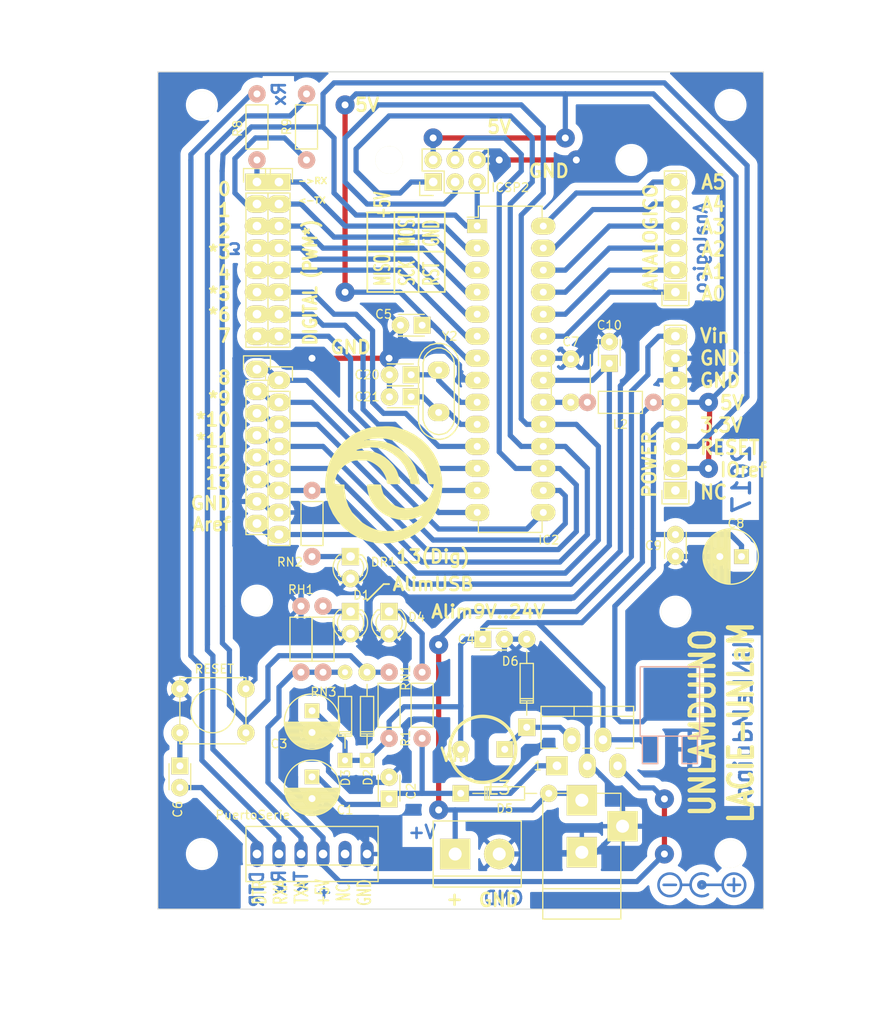
<source format=kicad_pcb>
(kicad_pcb (version 20221018) (generator pcbnew)
  (title_block (title "UNLaM-duino del LACIE") (date "2016-10-08") (rev "002") (company "LACIE UNLaM") (comment 1 "Gerardo Garcia, Diego Brengi"))
  (layers (0 "F.Cu" signal) (31 "B.Cu" signal) (34 "B.Paste" user) (35 "F.Paste" user) (36 "B.SilkS" user "B.Silkscreen") (37 "F.SilkS" user "F.Silkscreen") (38 "B.Mask" user) (39 "F.Mask" user) (44 "Edge.Cuts" user))
  (net 0 "")
  (net 1 "/AD0")
  (net 2 "/AD1")
  (net 3 "/AD2")
  (net 4 "/AD3")
  (net 5 "/AD4/SDA")
  (net 6 "/AD5/SCL")
  (net 7 "GND")
  (net 8 "Net-(C1-Pad1)")
  (net 9 "+5V")
  (net 10 "/RESET")
  (net 11 "Net-(C7-Pad1)")
  (net 12 "+3V3")
  (net 13 "/AREF")
  (net 14 "/XTAL1")
  (net 15 "/XTAL2")
  (net 16 "Net-(D4-Pad1)")
  (net 17 "/VIN")
  (net 18 "Net-(D6-Pad1)")
  (net 19 "Net-(DR1-Pad1)")
  (net 20 "/IO12")
  (net 21 "/IO13")
  (net 22 "/IO11")
  (net 23 "/IO10")
  (net 24 "/IO9")
  (net 25 "/IO8")
  (net 26 "/IO0")
  (net 27 "/IO1")
  (net 28 "/IO2")
  (net 29 "/IO3")
  (net 30 "/IO4")
  (net 31 "/IO5")
  (net 32 "/IO6")
  (net 33 "/IO7")
  (net 34 "/RXArdu")
  (net 35 "/TXArdu")
  (net 36 "/DTR")
  (net 37 "Net-(D1-Pad1)")
  (net 38 "/Fuente0")
  (footprint "Pin_Headers:Pin_Header_Straight_1x06" (layer "F.Cu") (at 86.36 71.12 180)
    (fp_text reference "AD1" hide)
    (fp_text value "CONN_01X06" hide)
  )
  (footprint "Capacitors_ThroughHole:C_Radial_D6.3_L11.2_P2.5" (layer "F.Cu") (at 44.45 119.38 -90)
    (fp_text reference "C3")
    (fp_text value "100uF 16v")
  )
  (footprint "Capacitors_ThroughHole:C_Disc_D3_P2.5" (layer "F.Cu") (at 55.88 80.645 180)
    (fp_text reference "C20")
    (fp_text value "22pF")
  )
  (footprint "Capacitors_ThroughHole:C_Disc_D3_P2.5" (layer "F.Cu") (at 55.88 83.185 180)
    (fp_text reference "C21")
    (fp_text value "22pF")
  )
  (footprint "Pin_Headers:Pin_Header_Straight_2x03" (layer "F.Cu") (at 58.42 58.42 90)
    (fp_text reference "ICSP2")
    (fp_text value "CONN_02X03")
  )
  (footprint "Pin_Headers:Pin_Header_Straight_1x08" (layer "F.Cu") (at 38.1 58.42)
    (fp_text reference "IOL1" hide)
    (fp_text value "CONN_01X08" hide)
  )
  (footprint "Connect:BARREL_JACK" (layer "F.Cu") (at 75.565 135.89 90)
    (fp_text reference "JP1" hide)
    (fp_text value "BARREL_JACK")
  )
  (footprint "Pin_Headers:Pin_Header_Straight_1x08" (layer "F.Cu") (at 86.36 93.98 180)
    (fp_text reference "P3" hide)
    (fp_text value "CONN_01X08" hide)
  )
  (footprint "Connect:bornier2" (layer "F.Cu") (at 63.5 135.89)
    (fp_text reference "PWR1" hide)
    (fp_text value "CONN_01X02")
  )
  (footprint "TO_SOT_Packages_THT:Pentawatt_Neutral_Staggered_Verical_TO220-5-T05D" (layer "F.Cu") (at 76.2 121.92)
    (fp_text reference "U1" hide)
    (fp_text value "LM2576")
  )
  (footprint "Housings_DIP:DIP-28_W7.62mm_LongPads" (layer "F.Cu") (at 63.5 63.5)
    (fp_text reference "IC2")
    (fp_text value "ATMEGA328-P")
  )
  (footprint "Capacitors_ThroughHole:C_Disc_D3_P2.5" (layer "F.Cu") (at 64.135 111.125)
    (fp_text reference "C4")
    (fp_text value "100nF")
  )
  (footprint "Capacitors_ThroughHole:C_Disc_D3_P2.5" (layer "F.Cu") (at 57.15 74.93 180)
    (fp_text reference "C5")
    (fp_text value "100nF")
  )
  (footprint "Capacitors_ThroughHole:C_Disc_D3_P2.5" (layer "F.Cu") (at 29.21 125.73 -90)
    (fp_text reference "C6")
    (fp_text value "100nF")
  )
  (footprint "Capacitors_ThroughHole:C_Disc_D3_P2.5" (layer "F.Cu") (at 86.36 99.06 -90)
    (fp_text reference "C9")
    (fp_text value "100nF")
  )
  (footprint "Capacitors_ThroughHole:C_Disc_D3_P2.5" (layer "F.Cu") (at 78.74 76.835 -90)
    (fp_text reference "C10")
    (fp_text value "100nF")
  )
  (footprint "Diodes_ThroughHole:Diode_DO-35_SOD27_Horizontal_RM10" (layer "F.Cu") (at 50.8 125.095 90)
    (fp_text reference "D2")
    (fp_text value "1N5819")
  )
  (footprint "Diodes_ThroughHole:Diode_DO-35_SOD27_Horizontal_RM10" (layer "F.Cu") (at 61.595 128.905)
    (fp_text reference "D5")
    (fp_text value "1N4007")
  )
  (footprint "Diodes_ThroughHole:Diode_DO-35_SOD27_Horizontal_RM10" (layer "F.Cu") (at 69.215 121.285 90)
    (fp_text reference "D6")
    (fp_text value "1N5819")
  )
  (footprint "Capacitors_ThroughHole:C_Radial_D6.3_L11.2_P2.5" (layer "F.Cu") (at 93.98 101.6 180)
    (fp_text reference "C8")
    (fp_text value "100uF 16v")
  )
  (footprint "Crystals:Crystal_HC50-U_Vertical" (layer "F.Cu") (at 59.055 82.55 -90)
    (fp_text reference "Y2")
    (fp_text value "16MHz")
  )
  (footprint "Mounting_Holes:MountingHole_3.2mm_M3" (layer "F.Cu") (at 81.28 55.88 90)
    (fp_text reference "A5" hide)
    (fp_text value "Agujero")
  )
  (footprint "Mounting_Holes:MountingHole_3.2mm_M3" (layer "F.Cu") (at 53.34 55.88 90)
    (fp_text reference "A7" hide)
    (fp_text value "Agujero")
  )
  (footprint "Mounting_Holes:MountingHole_3.2mm_M3" (layer "F.Cu") (at 31.75 49.53 90)
    (fp_text reference "A1" hide)
    (fp_text value "Agujero")
  )
  (footprint "Mounting_Holes:MountingHole_3.2mm_M3" (layer "F.Cu") (at 92.71 49.53 90)
    (fp_text reference "A2" hide)
    (fp_text value "Agujero")
  )
  (footprint "Capacitors_ThroughHole:C_Disc_D6_P5" (layer "F.Cu") (at 74.295 83.82 90)
    (fp_text reference "C7")
    (fp_text value "100nF")
  )
  (footprint "huellas:INDUCTOR_V" (layer "F.Cu") (at 64.135 123.825 180)
    (fp_text reference "L3")
    (fp_text value "330uHy" hide)
  )
  (footprint "huellas:Resistor_Horizontal_RM7mm3d" (layer "F.Cu") (at 83.82 83.82 180)
    (fp_text reference "L2")
    (fp_text value "L_Small")
  )
  (footprint "huellas:Resistor_Horizontal_RM7mm3d" (layer "F.Cu") (at 57.15 114.935 -90)
    (fp_text reference "R1")
    (fp_text value "1K")
  )
  (footprint "huellas:Resistor_Horizontal_RM7mm3d" (layer "F.Cu") (at 38.1 55.88 90)
    (fp_text reference "R8")
    (fp_text value "1K")
  )
  (footprint "huellas:Resistor_Horizontal_RM7mm3d" (layer "F.Cu") (at 43.815 55.88 90)
    (fp_text reference "R9")
    (fp_text value "1K")
  )
  (footprint "huellas:Resistor_Horizontal_RM7mm3d" (layer "F.Cu") (at 53.34 122.555 90)
    (fp_text reference "RN1")
    (fp_text value "10K")
  )
  (footprint "huellas:Resistor_Horizontal_RM7mm3d" (layer "F.Cu") (at 44.45 101.6 90)
    (fp_text reference "RN2")
    (fp_text value "1K")
  )
  (footprint "Capacitors_ThroughHole:C_Radial_D6.3_L11.2_P2.5" (layer "F.Cu") (at 44.45 127 -90)
    (fp_text reference "C1")
    (fp_text value "100uF 35V")
  )
  (footprint "Diodes_ThroughHole:Diode_DO-35_SOD27_Horizontal_RM10" (layer "F.Cu") (at 48.26 125.095 90)
    (fp_text reference "D3")
    (fp_text value "1N4007")
  )
  (footprint "Pin_Headers:Pin_Header_Straight_1x08" (layer "F.Cu") (at 38.1 80.01)
    (fp_text reference "IOH1" hide)
    (fp_text value "CONN_01X08")
  )
  (footprint "huellas:Resistor_Horizontal_RM7mm3d" (layer "F.Cu") (at 43.18 114.935 90)
    (fp_text reference "RH1")
    (fp_text value "10K")
  )
  (footprint "huellas:Resistor_Horizontal_RM7mm3d" (layer "F.Cu") (at 45.72 107.315 -90)
    (fp_text reference "RN3")
    (fp_text value "1K")
  )
  (footprint "Connect:PINHEAD1-6" (layer "F.Cu") (at 44.45 135.89 180)
    (fp_text reference "PuertoSerie")
    (fp_text value "CONN_01X06")
  )
  (footprint "LEDs:LED-3MM" (layer "F.Cu") (at 48.895 107.95 -90)
    (fp_text reference "D1")
    (fp_text value "Verde")
  )
  (footprint "LEDs:LED-3MM" (layer "F.Cu") (at 53.34 107.95 -90)
    (fp_text reference "D4")
    (fp_text value "Verde")
  )
  (footprint "LEDs:LED-3MM" (layer "F.Cu") (at 48.895 101.6 -90)
    (fp_text reference "DR1")
    (fp_text value "Rojo")
  )
  (footprint "Pin_Headers:Pin_Header_Straight_1x08" (layer "F.Cu") (at 40.64 81.28)
    (fp_text reference "IOH1" hide)
    (fp_text value "CONN_01X08")
  )
  (footprint "Pin_Headers:Pin_Header_Straight_1x08" (layer "F.Cu") (at 40.64 58.42)
    (fp_text reference "IOL1" hide)
    (fp_text value "CONN_01X08" hide)
  )
  (footprint "Mounting_Holes:MountingHole_3.2mm_M3" (layer "F.Cu") (at 92.71 135.89 90)
    (fp_text reference "A3" hide)
    (fp_text value "Agujero")
  )
  (footprint "Mounting_Holes:MountingHole_3.2mm_M3" (layer "F.Cu") (at 31.75 135.89 90)
    (fp_text reference "A4" hide)
    (fp_text value "Agujero")
  )
  (footprint "Buttons_Switches_ThroughHole:SW_PUSH_SMALL" (layer "F.Cu") (at 33.02 119.38 180)
    (fp_text reference "RESET")
    (fp_text value "SW_PUSH")
  )
  (footprint "Capacitors_ThroughHole:C_Disc_D3_P2.5" (layer "F.Cu") (at 53.34 129.54 90)
    (fp_text reference "C2")
    (fp_text value "100nF")
  )
  (footprint "Mounting_Holes:MountingHole_3.2mm_M3" (layer "F.Cu") (at 86.36 107.95 90)
    (fp_text reference "A8" hide)
    (fp_text value "Agujero")
  )
  (footprint "Mounting_Holes:MountingHole_3.2mm_M3" (layer "F.Cu") (at 38.1 106.68 90)
    (fp_text reference "A6" hide)
    (fp_text value "Agujero")
  )
  (footprint "LOGO" (layer "F.Cu") (at 52.705 93.345)
    (fp_text reference "G***" hide)
    (fp_text value "LOGO" hide)
  )
  (footprint "TO_SOT_Packages_SMD:TO-252-2Lead" (layer "B.Cu") (at 85.725 123.825 180)
    (fp_text reference "U2" hide)
    (fp_text value "AP111733")
  )
  (footprint "w_logo:Logo_copper_polarity_center_10x2.8mm" (layer "B.Cu") (at 89.408 139.446)
    (fp_text reference "G***" hide)
    (fp_text value "LOGO" hide)
  )
  (gr_line (start 56.7436 71.0946) (end 56.515 71.0946) (stroke (width 0.2)) (layer "F.SilkS"))
  (gr_line (start 59.7662 71.0946) (end 50.8254 71.0946) (stroke (width 0.2)) (layer "F.SilkS"))
  (gr_line (start 50.8 106.68) (end 52.705 104.775) (stroke (width 0.2)) (layer "F.SilkS"))
  (gr_line (start 56.7436 61.9252) (end 56.7436 71.0946) (stroke (width 0.2)) (layer "F.SilkS"))
  (gr_line (start 50.8254 71.0946) (end 50.8254 62.0522) (stroke (width 0.2)) (layer "F.SilkS"))
  (gr_line (start 59.7662 61.9252) (end 59.7662 71.0946) (stroke (width 0.2)) (layer "F.SilkS"))
  (gr_line (start 50.7238 61.9252) (end 59.7662 61.9252) (stroke (width 0.2)) (layer "F.SilkS"))
  (gr_line (start 52.705 104.775) (end 53.34 104.775) (stroke (width 0.2)) (layer "F.SilkS"))
  (gr_line (start 50.8254 66.4464) (end 59.7154 66.4464) (stroke (width 0.2)) (layer "F.SilkS"))
  (gr_line (start 53.9496 61.8744) (end 53.9496 71.1962) (stroke (width 0.2)) (layer "F.SilkS"))
  (gr_line (start 26.67 45.72) (end 26.67 142.24) (stroke (width 0.1)) (layer "Edge.Cuts"))
  (gr_line (start 96.52 142.24) (end 96.52 45.72) (stroke (width 0.1)) (layer "Edge.Cuts"))
  (gr_line (start 96.52 45.72) (end 26.67 45.72) (stroke (width 0.1)) (layer "Edge.Cuts"))
  (gr_line (start 26.67 142.24) (end 96.52 142.24) (stroke (width 0.1)) (layer "Edge.Cuts"))
  (gr_text "Tx" (at 43.18 139.065 90) (layer "B.Cu") (effects (font (size 1.5 1.5) (thickness 0.3)) (justify mirror)))
  (gr_text "Rx" (at 40.64 139.065 90) (layer "B.Cu") (effects (font (size 1.5 1.5) (thickness 0.3)) (justify mirror)))
  (gr_text "+" (at 45.72 140.335 90) (layer "B.Cu") (effects (font (size 1.5 1.5) (thickness 0.3)) (justify mirror)))
  (gr_text "V+" (at 57.15 133.35) (layer "B.Cu") (effects (font (size 1.5 1.5) (thickness 0.3)) (justify mirror)))
  (gr_text "DTR" (at 38.1 139.954 90) (layer "B.Cu") (effects (font (size 1.5 1.5) (thickness 0.3)) (justify mirror)))
  (gr_text "2017\n" (at 93.98 92.71 90) (layer "B.Cu") (effects (font (size 2.032 2.032) (thickness 0.381)) (justify mirror)))
  (gr_text "Analogico\n" (at 89.281 66.04 90) (layer "B.Cu") (effects (font (size 1.45 1.45) (thickness 0.3)) (justify mirror)))
  (gr_text "UNLaMduino" (at 94.1832 120.4722 90) (layer "B.Cu") (effects (font (size 2.032 2.032) (thickness 0.3556)) (justify mirror)))
  (gr_text "3" (at 35.56 66.04 180) (layer "B.Cu") (effects (font (size 1.2 1.5) (thickness 0.3)) (justify mirror)))
  (gr_text "GND" (at 66.548 140.97) (layer "B.Cu") (effects (font (size 1.5 1.5) (thickness 0.3)) (justify mirror)))
  (gr_text "Rx" (at 40.64 48.26 90) (layer "B.Cu") (effects (font (size 1.5 1.5) (thickness 0.3)) (justify mirror)))
  (gr_text "Alim9V..24V" (at 64.77 107.95) (layer "F.SilkS") (effects (font (size 1.5 1.5) (thickness 0.3))))
  (gr_text "5V" (at 66.04 52.07) (layer "F.SilkS") (effects (font (size 1.5 1.5) (thickness 0.3))))
  (gr_text "A5\nA4\nA3\nA2\nA1\nA0" (at 89.1794 64.8716) (layer "F.SilkS") (effects (font (size 1.6 1.5) (thickness 0.3)) (justify left)))
  (gr_text "ANALOGICO" (at 83.4898 71.0692 90) (layer "F.SilkS") (effects (font (size 1.5 1.5) (thickness 0.3)) (justify left)))
  (gr_text "GND" (at 65.9892 141.1986) (layer "F.SilkS") (effects (font (size 1.5 1.5) (thickness 0.3))))
  (gr_text "5V" (at 50.8 49.53) (layer "F.SilkS") (effects (font (size 1.5 1.5) (thickness 0.3))))
  (gr_text "MISO	+5V\nSCK	 MOSI\nRST	 GND" (at 55.3974 70.5358 90) (layer "F.SilkS") (effects (font (size 1.75 1) (thickness 0.25)) (justify left)))
  (gr_text "GND" (at 48.895 77.47) (layer "F.SilkS") (effects (font (size 1.5 1.5) (thickness 0.3))))
  (gr_text "+" (at 60.7822 141.1732 90) (layer "F.SilkS") (effects (font (size 1.5 1.5) (thickness 0.3))))
  (gr_text "AlimUSB" (at 58.42 104.775) (layer "F.SilkS") (effects (font (size 1.5 1.5) (thickness 0.3))))
  (gr_text "13(Dig)" (at 58.42 101.6) (layer "F.SilkS") (effects (font (size 1.5 1.5) (thickness 0.3))))
  (gr_text "POWER" (at 83.3628 94.996 90) (layer "F.SilkS") (effects (font (size 1.5 1.5) (thickness 0.3)) (justify left)))
  (gr_text "DIGITAL (PWM*)" (at 44.2468 77.3938 90) (layer "F.SilkS") (effects (font (size 1.5 1.25) (thickness 0.3)) (justify left)))
  (gr_text "0\n1\n2\n*3\n4\n*5\n*6\n7\n\n8\n*9\n*10\n*11\n12\n13\nGND\nAref" (at 35.2552 78.5622) (layer "F.SilkS") (effects (font (size 1.5 1.5) (thickness 0.3)) (justify right)))
  (gr_text "UNLAMDUINO\nLACIE-UNLaM" (at 91.7194 120.7516 90) (layer "F.SilkS") (effects (font (size 2.75 2.25) (thickness 0.5))))
  (gr_text "->RX\n\n<-TX" (at 42.7482 59.4106) (layer "F.SilkS") (effects (font (size 0.7 0.75) (thickness 0.175)) (justify left)))
  (gr_text "GND" (at 71.755 57.15) (layer "F.SilkS") (effects (font (size 1.5 1.5) (thickness 0.3))))
  (gr_text "Vin" (at 60.96 124.46) (layer "F.SilkS") (effects (font (size 1.5 1.5) (thickness 0.3))))
  (gr_text "DTR\nRXA\nTXA\n+5V\nNC\nGND" (at 44.45 140.335 90) (layer "F.SilkS") (effects (font (size 1.5 1) (thickness 0.2))))
  (gr_text "Vin\nGND\nGND\n  5V\n3.3V\nRESET\n  IOref\nNC" (at 89.027 85.1662) (layer "F.SilkS") (effects (font (size 1.6 1.5) (thickness 0.3)) (justify left)))
  (segment (start 73.66 76.2) (end 78.74 71.12) (width 0.6) (layer "B.Cu") (net 1))
  (segment (start 78.74 71.12) (end 86.36 71.12) (width 0.6) (layer "B.Cu") (net 1))
  (segment (start 71.12 76.2) (end 73.66 76.2) (width 0.6) (layer "B.Cu") (net 1))
  (segment (start 73.66 73.66) (end 78.74 68.58) (width 0.6) (layer "B.Cu") (net 2))
  (segment (start 78.74 68.58) (end 86.36 68.58) (width 0.6) (layer "B.Cu") (net 2))
  (segment (start 71.12 73.66) (end 73.66 73.66) (width 0.6) (layer "B.Cu") (net 2))
  (segment (start 73.66 71.12) (end 78.74 66.04) (width 0.6) (layer "B.Cu") (net 3))
  (segment (start 78.74 66.04) (end 86.36 66.04) (width 0.6) (layer "B.Cu") (net 3))
  (segment (start 71.12 71.12) (end 73.66 71.12) (width 0.6) (layer "B.Cu") (net 3))
  (segment (start 73.66 68.58) (end 78.74 63.5) (width 0.6) (layer "B.Cu") (net 4))
  (segment (start 78.74 63.5) (end 86.36 63.5) (width 0.6) (layer "B.Cu") (net 4))
  (segment (start 71.12 68.58) (end 73.66 68.58) (width 0.6) (layer "B.Cu") (net 4))
  (segment (start 72.39 66.04) (end 76.835 61.595) (width 0.6) (layer "B.Cu") (net 5))
  (segment (start 76.835 61.595) (end 83.185 61.595) (width 0.6) (layer "B.Cu") (net 5))
  (segment (start 83.185 61.595) (end 83.82 60.96) (width 0.6) (layer "B.Cu") (net 5))
  (segment (start 83.82 60.96) (end 86.36 60.96) (width 0.6) (layer "B.Cu") (net 5))
  (segment (start 71.12 66.04) (end 72.39 66.04) (width 0.6) (layer "B.Cu") (net 5))
  (segment (start 83.82 58.42) (end 82.55 59.69) (width 0.6) (layer "B.Cu") (net 6))
  (segment (start 74.93 59.69) (end 82.55 59.69) (width 0.6) (layer "B.Cu") (net 6))
  (segment (start 86.36 58.42) (end 83.82 58.42) (width 0.6) (layer "B.Cu") (net 6))
  (segment (start 71.12 63.5) (end 74.93 59.69) (width 0.6) (layer "B.Cu") (net 6))
  (segment (start 66.04 55.88) (end 74.93 55.88) (width 0.6) (layer "F.Cu") (net 7))
  (segment (start 53.34 78.74) (end 44.45 78.74) (width 0.6) (layer "F.Cu") (net 7))
  (via (at 53.34 78.74) (size 2.2) (drill 0.8) (layers "F.Cu" "B.Cu") (net 7))
  (via (at 44.45 78.74) (size 2.2) (drill 0.8) (layers "F.Cu" "B.Cu") (net 7))
  (via (at 74.93 55.88) (size 2.2) (drill 0.8) (layers "F.Cu" "B.Cu") (net 7))
  (via (at 66.04 55.88) (size 2.2) (drill 0.8) (layers "F.Cu" "B.Cu") (net 7))
  (segment (start 59.69 121.285) (end 59.69 123.19) (width 0.6) (layer "B.Cu") (net 7))
  (segment (start 62.865 126.365) (end 63.5 125.73) (width 0.6) (layer "B.Cu") (net 7))
  (segment (start 63.5 125.73) (end 63.5 116.205) (width 0.6) (layer "B.Cu") (net 7))
  (segment (start 52.745 127.635) (end 55.245 125.135) (width 0.6) (layer "B.Cu") (net 7))
  (segment (start 58.7375 120.3325) (end 59.69 121.285) (width 0.6) (layer "B.Cu") (net 7))
  (segment (start 59.69 126.365) (end 59.055 125.73) (width 0.6) (layer "B.Cu") (net 7))
  (segment (start 59.055 125.73) (end 59.055 123.825) (width 0.6) (layer "B.Cu") (net 7))
  (segment (start 59.055 123.825) (end 59.69 123.19) (width 0.6) (layer "B.Cu") (net 7))
  (segment (start 43.18 110.49) (end 42.545 110.49) (width 0.6) (layer "B.Cu") (net 7))
  (segment (start 42.545 110.49) (end 39.37 110.49) (width 0.6) (layer "B.Cu") (net 7))
  (segment (start 42.540241 128.820241) (end 42.540241 127.004759) (width 0.6) (layer "B.Cu") (net 7))
  (segment (start 42.540241 127.004759) (end 42.540241 128.820241) (width 0.6) (layer "B.Cu") (net 7))
  (segment (start 59.364362 77.43) (end 59.324362 77.47) (width 0.6) (layer "B.Cu") (net 7))
  (segment (start 59.364362 77.43) (end 61.452181 79.517819) (width 0.6) (layer "B.Cu") (net 7))
  (segment (start 91.821041 73.151959) (end 91.313 73.66) (width 0.6) (layer "B.Cu") (net 7))
  (segment (start 91.821041 58.801041) (end 91.821041 73.151959) (width 0.6) (layer "B.Cu") (net 7))
  (segment (start 84.455 51.435) (end 79.375 51.435) (width 0.6) (layer "B.Cu") (net 7))
  (segment (start 79.375 51.435) (end 78.74 52.07) (width 0.6) (layer "B.Cu") (net 7))
  (segment (start 78.74 52.07) (end 78.74 52.0954) (width 0.6) (layer "B.Cu") (net 7))
  (segment (start 74.6125 106.3625) (end 80.01 100.965) (width 0.6) (layer "B.Cu") (net 7))
  (segment (start 80.01 100.965) (end 80.01 81.915) (width 0.6) (layer "B.Cu") (net 7))
  (segment (start 62.865 81.28) (end 63.5 81.28) (width 0.6) (layer "B.Cu") (net 7))
  (segment (start 54.61 74.97) (end 54.65 74.93) (width 0.6) (layer "B.Cu") (net 7))
  (segment (start 54.555 74.835) (end 54.65 74.93) (width 0.6) (layer "B.Cu") (net 7))
  (segment (start 53.34 80.605) (end 53.38 80.645) (width 0.6) (layer "B.Cu") (net 7))
  (segment (start 63.5 55.88) (end 66.04 55.88) (width 0.6) (layer "B.Cu") (net 7))
  (segment (start 54.65 77.43) (end 53.34 78.74) (width 0.6) (layer "B.Cu") (net 7))
  (segment (start 43.815 78.105) (end 44.45 78.74) (width 0.6) (layer "B.Cu") (net 7))
  (segment (start 36.83 101.6) (end 39.37 101.6) (width 0.6) (layer "B.Cu") (net 7))
  (segment (start 81.915 80.01) (end 80.01 81.915) (width 0.6) (layer "B.Cu") (net 7))
  (segment (start 39.37 101.6) (end 40.64 102.87) (width 0.6) (layer "B.Cu") (net 7))
  (segment (start 36.195 100.965) (end 36.83 101.6) (width 0.6) (layer "B.Cu") (net 7))
  (segment (start 75.36434 135.89) (end 75.565 135.68934) (width 0.6) (layer "B.Cu") (net 7))
  (segment (start 77.26426 135.68934) (end 80.264 132.6896) (width 0.6) (layer "B.Cu") (net 7))
  (segment (start 43.18 105.41) (end 41.91 104.14) (width 0.6) (layer "B.Cu") (net 7))
  (segment (start 40.64 102.87) (end 39.37 101.6) (width 0.6) (layer "B.Cu") (net 7))
  (segment (start 41.91 104.14) (end 40.64 102.87) (width 0.6) (layer "B.Cu") (net 7))
  (segment (start 53.34 104.14) (end 55.5625 106.3625) (width 0.6) (layer "B.Cu") (net 7))
  (segment (start 50.8 110.49) (end 54.61 110.49) (width 0.6) (layer "B.Cu") (net 7))
  (segment (start 50.8 104.14) (end 53.34 104.14) (width 0.6) (layer "B.Cu") (net 7))
  (segment (start 81.915 73.66) (end 82.55 73.66) (width 0.6) (layer "B.Cu") (net 7))
  (segment (start 74.85 78.82) (end 76.835 76.835) (width 0.6) (layer "B.Cu") (net 7))
  (segment (start 76.835 76.835) (end 78.74 76.835) (width 0.6) (layer "B.Cu") (net 7))
  (segment (start 36.83 101.6) (end 35.56 100.33) (width 0.6) (layer "B.Cu") (net 7))
  (segment (start 35.56 100.33) (end 35.56 95.25) (width 0.6) (layer "B.Cu") (net 7))
  (segment (start 35.56 95.25) (end 38.1 95.25) (width 0.6) (layer "B.Cu") (net 7))
  (segment (start 36.195 78.105) (end 35.56 78.74) (width 0.6) (layer "B.Cu") (net 7))
  (segment (start 35.56 78.74) (end 35.56 95.25) (width 0.6) (layer "B.Cu") (net 7))
  (segment (start 75.7174 55.118) (end 78.74 52.0954) (width 0.6) (layer "B.Cu") (net 7))
  (segment (start 49.53 110.49) (end 48.895 110.49) (width 0.6) (layer "B.Cu") (net 7))
  (segment (start 50.8 104.14) (end 50.8 110.49) (width 0.6) (layer "B.Cu") (net 7))
  (segment (start 36.83 113.03) (end 39.37 110.49) (width 0.6) (layer "B.Cu") (net 7))
  (segment (start 43.18 107.95) (end 43.18 107.315) (width 0.6) (layer "B.Cu") (net 7))
  (segment (start 50.8 134.62) (end 50.8 135.89) (width 0.6) (layer "B.Cu") (net 7))
  (segment (start 44.45 123.825) (end 46.355 125.73) (width 0.6) (layer "B.Cu") (net 7))
  (segment (start 43.775 121.88) (end 42.545 120.65) (width 0.6) (layer "B.Cu") (net 7))
  (segment (start 86.4 101.6) (end 86.36 101.56) (width 0.6) (layer "B.Cu") (net 7))
  (segment (start 85.7504 132.6896) (end 88.011 130.429) (width 0.6) (layer "B.Cu") (net 7))
  (segment (start 88.011 130.429) (end 88.011 123.825) (width 0.6) (layer "B.Cu") (net 7))
  (segment (start 76.67244 125.71984) (end 80.264 129.3114) (width 0.6) (layer "B.Cu") (net 7))
  (segment (start 80.264 129.3114) (end 80.264 132.6896) (width 0.6) (layer "B.Cu") (net 7))
  (segment (start 66.63552 111.12448) (end 66.635 111.125) (width 0.6) (layer "B.Cu") (net 7))
  (segment (start 66.63552 111.12448) (end 66.635 111.125) (width 0.6) (layer "B.Cu") (net 7))
  (segment (start 63.5 116.205) (end 66.635 113.07) (width 0.6) (layer "B.Cu") (net 7))
  (segment (start 76.2 118.745) (end 69.21246 111.75746) (width 0.6) (layer "B.Cu") (net 7))
  (segment (start 69.21246 111.75746) (end 69.21246 111.12448) (width 0.6) (layer "B.Cu") (net 7))
  (segment (start 88.9 78.74) (end 91.313 76.327) (width 0.6) (layer "B.Cu") (net 7))
  (segment (start 91.313 76.327) (end 88.9 78.74) (width 0.6) (layer "B.Cu") (net 7))
  (segment (start 91.313 73.66) (end 91.313 76.327) (width 0.6) (layer "B.Cu") (net 7))
  (segment (start 61.452181 79.517819) (end 61.452181 80.502181) (width 0.6) (layer "B.Cu") (net 7))
  (segment (start 61.452181 80.502181) (end 62.23 81.28) (width 0.6) (layer "B.Cu") (net 7))
  (segment (start 44.45 129.54) (end 47.625 132.715) (width 0.6) (layer "B.Cu") (net 7))
  (segment (start 47.625 132.715) (end 48.895 132.715) (width 0.6) (layer "B.Cu") (net 7))
  (segment (start 48.895 132.715) (end 50.8 134.62) (width 0.6) (layer "B.Cu") (net 7))
  (segment (start 46.355 126.365) (end 47.625 127.635) (width 0.6) (layer "B.Cu") (net 7))
  (segment (start 50.8 110.49) (end 50.8 104.14) (width 0.6) (layer "B.Cu") (net 7))
  (segment (start 50.8 104.14) (end 48.895 104.14) (width 0.6) (layer "B.Cu") (net 7))
  (segment (start 42.540241 128.820241) (end 43.22 129.5) (width 0.6) (layer "B.Cu") (net 7))
  (segment (start 38.608 95.25) (end 39.878 96.52) (width 0.6) (layer "B.Cu") (net 7))
  (segment (start 39.878 96.52) (end 40.64 96.52) (width 0.6) (layer "B.Cu") (net 7))
  (segment (start 91.48 108.545) (end 90.805 109.22) (width 0.6) (layer "B.Cu") (net 7))
  (segment (start 90.805 109.22) (end 90.805 122.555) (width 0.6) (layer "B.Cu") (net 7))
  (segment (start 90.805 122.555) (end 89.535 123.825) (width 0.6) (layer "B.Cu") (net 7))
  (segment (start 55.245 111.125) (end 54.61 110.49) (width 0.6) (layer "B.Cu") (net 7))
  (segment (start 55.245 116.205) (end 54.2925 117.1575) (width 0.6) (layer "B.Cu") (net 7))
  (segment (start 55.245 121.285) (end 56.1975 120.3325) (width 0.6) (layer "B.Cu") (net 7))
  (segment (start 38.1 95.25) (end 38.608 95.25) (width 0.6) (layer "B.Cu") (net 7))
  (segment (start 48.895 110.49) (end 42.545 110.49) (width 0.6) (layer "B.Cu") (net 7))
  (segment (start 43.18 107.315) (end 43.18 105.41) (width 0.6) (layer "B.Cu") (net 7))
  (segment (start 43.18 107.315) (end 43.18 110.49) (width 0.6) (layer "B.Cu") (net 7))
  (segment (start 43.815 78.105) (end 36.195 78.105) (width 0.6) (layer "B.Cu") (net 7))
  (segment (start 88.011 123.825) (end 89.535 123.825) (width 0.6) (layer "B.Cu") (net 7))
  (segment (start 42.8625 117.1575) (end 42.545 117.475) (width 0.6) (layer "B.Cu") (net 7))
  (segment (start 55.245 125.135) (end 55.245 121.285) (width 0.6) (layer "B.Cu") (net 7))
  (segment (start 71.12 78.74) (end 74.215 78.74) (width 0.6) (layer "B.Cu") (net 7))
  (segment (start 81.915 73.66) (end 91.313 73.66) (width 0.6) (layer "B.Cu") (net 7))
  (segment (start 80.264 132.6896) (end 85.7504 132.6896) (width 0.6) (layer "B.Cu") (net 7))
  (segment (start 91.821041 58.801041) (end 84.455 51.435) (width 0.6) (layer "B.Cu") (net 7))
  (segment (start 48.895 110.49) (end 50.8 110.49) (width 0.6) (layer "B.Cu") (net 7))
  (segment (start 76.2 125.71984) (end 76.2 118.745) (width 0.6) (layer "B.Cu") (net 7))
  (segment (start 42.545 120.65) (end 42.545 117.475) (width 0.6) (layer "B.Cu") (net 7))
  (segment (start 39.37 101.6) (end 36.83 101.6) (width 0.6) (layer "B.Cu") (net 7))
  (segment (start 43.22 129.5) (end 42.540241 128.820241) (width 0.6) (layer "B.Cu") (net 7))
  (segment (start 44.45 121.88) (end 43.775 121.88) (width 0.6) (layer "B.Cu") (net 7))
  (segment (start 78.74 76.835) (end 81.915 73.66) (width 0.6) (layer "B.Cu") (net 7))
  (segment (start 50.8 110.49) (end 50.8 104.14) (width 0.6) (layer "B.Cu") (net 7))
  (segment (start 46.355 125.73) (end 46.355 126.365) (width 0.6) (layer "B.Cu") (net 7))
  (segment (start 55.245 111.125) (end 55.245 116.205) (width 0.6) (layer "B.Cu") (net 7))
  (segment (start 86.36 78.74) (end 86.36 81.28) (width 0.6) (layer "B.Cu") (net 7))
  (segment (start 48.895 104.14) (end 41.91 104.14) (width 0.6) (layer "B.Cu") (net 7))
  (segment (start 44.45 129.5) (end 44.45 129.54) (width 0.6) (layer "B.Cu") (net 7))
  (segment (start 69.21246 111.12448) (end 66.63552 111.12448) (width 0.6) (layer "B.Cu") (net 7))
  (segment (start 56.1975 120.3325) (end 58.7375 120.3325) (width 0.6) (layer "B.Cu") (net 7))
  (segment (start 55.5625 106.3625) (end 74.6125 106.3625) (width 0.6) (layer "B.Cu") (net 7))
  (segment (start 76.2 125.71984) (end 76.67244 125.71984) (width 0.6) (layer "B.Cu") (net 7))
  (segment (start 50.8 135.89) (end 50.84 135.89) (width 0.6) (layer "B.Cu") (net 7))
  (segment (start 44.45 123.825) (end 44.45 121.88) (width 0.6) (layer "B.Cu") (net 7))
  (segment (start 38.1 95.25) (end 36.83 95.25) (width 0.6) (layer "B.Cu") (net 7))
  (segment (start 47.625 127.635) (end 52.745 127.635) (width 0.6) (layer "B.Cu") (net 7))
  (segment (start 86.36 78.74) (end 88.9 78.74) (width 0.6) (layer "B.Cu") (net 7))
  (segment (start 74.93 55.88) (end 75.7174 55.118) (width 0.6) (layer "B.Cu") (net 7))
  (segment (start 48.895 110.49) (end 53.34 110.49) (width 0.6) (layer "B.Cu") (net 7))
  (segment (start 38.1 95.25) (end 37.465 95.25) (width 0.6) (layer "B.Cu") (net 7))
  (segment (start 42.8625 117.1575) (end 54.2925 117.1575) (width 0.6) (layer "B.Cu") (net 7))
  (segment (start 44.45 129.5) (end 43.22 129.5) (width 0.6) (layer "B.Cu") (net 7))
  (segment (start 42.540241 123.820315) (end 42.540241 127.004759) (width 0.6) (layer "B.Cu") (net 7))
  (segment (start 91.48 101.6) (end 86.4 101.6) (width 0.6) (layer "B.Cu") (net 7))
  (segment (start 91.48 101.6) (end 91.48 108.545) (width 0.6) (layer "B.Cu") (net 7))
  (segment (start 62.865 126.365) (end 59.69 126.365) (width 0.6) (layer "B.Cu") (net 7))
  (segment (start 54.65 74.93) (end 54.65 77.43) (width 0.6) (layer "B.Cu") (net 7))
  (segment (start 74.295 78.82) (end 74.85 78.82) (width 0.6) (layer "B.Cu") (net 7))
  (segment (start 53.34 110.49) (end 49.53 110.49) (width 0.6) (layer "B.Cu") (net 7))
  (segment (start 78.74 76.835) (end 78.74 76.581) (width 0.6) (layer "B.Cu") (net 7))
  (segment (start 66.04 135.89) (end 75.36434 135.89) (width 0.6) (layer "B.Cu") (net 7))
  (segment (start 81.915 73.66) (end 81.915 80.01) (width 0.6) (layer "B.Cu") (net 7))
  (segment (start 36.83 116.84) (end 36.83 113.03) (width 0.6) (layer "B.Cu") (net 7))
  (segment (start 44.45 121.88) (end 42.540241 123.820315) (width 0.6) (layer "B.Cu") (net 7))
  (segment (start 53.38 83.185) (end 53.38 80.645) (width 0.6) (layer "B.Cu") (net 7))
  (segment (start 54.65 77.43) (end 59.364362 77.43) (width 0.6) (layer "B.Cu") (net 7))
  (segment (start 66.635 111.125) (end 66.635 113.07) (width 0.6) (layer "B.Cu") (net 7))
  (segment (start 53.34 78.74) (end 53.34 80.605) (width 0.6) (layer "B.Cu") (net 7))
  (segment (start 48.895 104.14) (end 50.8 104.14) (width 0.6) (layer "B.Cu") (net 7))
  (segment (start 75.565 135.68934) (end 77.26426 135.68934) (width 0.6) (layer "B.Cu") (net 7))
  (segment (start 53.97754 128.90246) (end 53.34 129.54) (width 0.6) (layer "B.Cu") (net 8))
  (segment (start 57.15 128.90246) (end 57.15 128.905) (width 0.6) (layer "B.Cu") (net 8))
  (segment (start 57.15 128.90246) (end 53.97754 128.90246) (width 0.6) (layer "B.Cu") (net 8))
  (segment (start 72.68972 125.73) (end 72.69988 125.71984) (width 0.6) (layer "B.Cu") (net 8))
  (segment (start 61.59298 128.905) (end 61.59552 128.90246) (width 0.6) (layer "B.Cu") (net 8))
  (segment (start 45.085 127) (end 48.26 130.175) (width 0.6) (layer "B.Cu") (net 8))
  (segment (start 48.26 130.175) (end 53.34 130.175) (width 0.6) (layer "B.Cu") (net 8))
  (segment (start 67.31254 128.90246) (end 70.49516 125.71984) (width 0.6) (layer "B.Cu") (net 8))
  (segment (start 60.96306 128.27) (end 61.59552 128.90246) (width 0.6) (layer "B.Cu") (net 8))
  (segment (start 53.34 130.175) (end 53.34 128.905) (width 0.6) (layer "B.Cu") (net 8))
  (segment (start 61.59552 128.90246) (end 67.31254 128.90246) (width 0.6) (layer "B.Cu") (net 8))
  (segment (start 61.59552 128.90246) (end 57.15 128.90246) (width 0.6) (layer "B.Cu") (net 8))
  (segment (start 72.69988 125.71984) (end 72.69988 125.40488) (width 0.6) (layer "B.Cu") (net 8))
  (segment (start 44.45 127) (end 45.085 127) (width 0.6) (layer "B.Cu") (net 8))
  (segment (start 72.69988 125.71984) (end 70.49516 125.71984) (width 0.6) (layer "B.Cu") (net 8))
  (segment (start 57.15 122.555) (end 57.15 128.90246) (width 0.6) (layer "B.Cu") (net 8))
  (segment (start 48.26 71.12) (end 48.26 49.53) (width 0.6) (layer "F.Cu") (net 9))
  (segment (start 58.42 53.34) (end 73.66 53.34) (width 0.6) (layer "F.Cu") (net 9))
  (segment (start 90.17 83.82) (end 90.3224 83.9724) (width 0.6) (layer "F.Cu") (net 9))
  (segment (start 90.3224 83.9724) (end 90.17 91.44) (width 0.6) (layer "F.Cu") (net 9))
  (via (at 90.17 91.44) (size 2.2) (drill 0.8) (layers "F.Cu" "B.Cu") (net 9))
  (via (at 48.26 49.53) (size 2.2) (drill 0.8) (layers "F.Cu" "B.Cu") (net 9))
  (via (at 73.66 53.34) (size 2.2) (drill 0.8) (layers "F.Cu" "B.Cu") (net 9))
  (via (at 58.42 53.34) (size 2.2) (drill 0.8) (layers "F.Cu" "B.Cu") (net 9))
  (via (at 90.17 83.82) (size 2.2) (drill 0.8) (layers "F.Cu" "B.Cu") (net 9))
  (via (at 48.26 71.12) (size 2.2) (drill 0.8) (layers "F.Cu" "B.Cu") (net 9))
  (segment (start 78.00086 116.73586) (end 70.485 109.22) (width 0.6) (layer "B.Cu") (net 9))
  (segment (start 70.485 109.22) (end 75.565 109.22) (width 0.6) (layer "B.Cu") (net 9))
  (segment (start 61.595 111.76) (end 62.23 111.125) (width 0.6) (layer "B.Cu") (net 9))
  (segment (start 62.23 111.125) (end 64.135 111.125) (width 0.6) (layer "B.Cu") (net 9))
  (segment (start 61.595 118.914998) (end 61.595 118.745) (width 0.6) (layer "B.Cu") (net 9))
  (segment (start 61.595 118.745) (end 61.595 111.76) (width 0.6) (layer "B.Cu") (net 9))
  (segment (start 82.55 85.09) (end 83.82 83.82) (width 0.6) (layer "B.Cu") (net 9))
  (segment (start 58.42 74.93) (end 54.61 71.12) (width 0.6) (layer "B.Cu") (net 9))
  (segment (start 54.61 71.12) (end 48.26 71.12) (width 0.6) (layer "B.Cu") (net 9))
  (segment (start 58.42 74.93) (end 59.055 75.565) (width 0.6) (layer "B.Cu") (net 9))
  (segment (start 62.23 78.74) (end 63.5 78.74) (width 0.6) (layer "B.Cu") (net 9))
  (segment (start 58.42 74.93) (end 59.055 75.565) (width 0.6) (layer "B.Cu") (net 9))
  (segment (start 59.055 75.565) (end 62.23 78.74) (width 0.6) (layer "B.Cu") (net 9))
  (segment (start 50.79746 125.09754) (end 50.79746 125.09448) (width 0.6) (layer "B.Cu") (net 9))
  (segment (start 53.33694 122.555) (end 50.79746 125.09448) (width 0.6) (layer "B.Cu") (net 9))
  (segment (start 49.53 48.26) (end 73.66 48.26) (width 0.6) (layer "B.Cu") (net 9))
  (segment (start 83.82 48.26) (end 93.345 57.785) (width 0.6) (layer "B.Cu") (net 9))
  (segment (start 73.66 53.34) (end 73.66 48.26) (width 0.6) (layer "B.Cu") (net 9))
  (segment (start 73.66 48.26) (end 83.82 48.26) (width 0.6) (layer "B.Cu") (net 9))
  (segment (start 82.3341 122.7201) (end 83.439 123.825) (width 0.6) (layer "B.Cu") (net 9))
  (segment (start 86.36 83.82) (end 90.17 83.82) (width 0.6) (layer "B.Cu") (net 9))
  (segment (start 90.17 91.44) (end 86.36 91.44) (width 0.6) (layer "B.Cu") (net 9))
  (segment (start 44.6532 119.38) (end 48.25746 122.98426) (width 0.6) (layer "B.Cu") (net 9))
  (segment (start 48.25746 122.98426) (end 48.25746 125.09448) (width 0.6) (layer "B.Cu") (net 9))
  (segment (start 64.77 109.22) (end 70.485 109.22) (width 0.6) (layer "B.Cu") (net 9))
  (segment (start 64.77 109.22) (end 64.135 109.855) (width 0.6) (layer "B.Cu") (net 9))
  (segment (start 64.135 109.855) (end 64.135 111.125) (width 0.6) (layer "B.Cu") (net 9))
  (segment (start 93.345 80.645) (end 90.17 83.82) (width 0.6) (layer "B.Cu") (net 9))
  (segment (start 50.16246 125.09448) (end 48.25746 125.09448) (width 0.6) (layer "B.Cu") (net 9))
  (segment (start 53.34 120.65) (end 55.075002 118.914998) (width 0.6) (layer "B.Cu") (net 9))
  (segment (start 57.15 74.93) (end 58.42 74.93) (width 0.6) (layer "B.Cu") (net 9))
  (segment (start 78.00086 122.7201) (end 82.3341 122.7201) (width 0.6) (layer "B.Cu") (net 9))
  (segment (start 44.45 119.38) (end 44.6532 119.38) (width 0.6) (layer "B.Cu") (net 9))
  (segment (start 86.36 83.82) (end 83.82 83.82) (width 0.6) (layer "B.Cu") (net 9))
  (segment (start 61.595 123.825) (end 61.595 123.19) (width 0.6) (layer "B.Cu") (net 9))
  (segment (start 86.36 83.82) (end 87.63 83.82) (width 0.6) (layer "B.Cu") (net 9))
  (segment (start 75.565 109.22) (end 82.55 102.235) (width 0.6) (layer "B.Cu") (net 9))
  (segment (start 78.00086 122.7201) (end 78.00086 116.73586) (width 0.6) (layer "B.Cu") (net 9))
  (segment (start 86.36 83.82) (end 85.725 83.82) (width 0.6) (layer "B.Cu") (net 9))
  (segment (start 58.42 55.88) (end 58.42 53.34) (width 0.6) (layer "B.Cu") (net 9))
  (segment (start 53.34 122.555) (end 53.33694 122.555) (width 0.6) (layer "B.Cu") (net 9))
  (segment (start 57.15 74.93) (end 57.15 74.295) (width 0.6) (layer "B.Cu") (net 9))
  (segment (start 48.26 49.53) (end 49.53 48.26) (width 0.6) (layer "B.Cu") (net 9))
  (segment (start 61.595 123.825) (end 61.595 118.745) (width 0.6) (layer "B.Cu") (net 9))
  (segment (start 53.34 122.555) (end 53.34 120.65) (width 0.6) (layer "B.Cu") (net 9))
  (segment (start 50.79746 125.09448) (end 50.16246 125.09448) (width 0.6) (layer "B.Cu") (net 9))
  (segment (start 57.15 74.93) (end 57.785 74.93) (width 0.6) (layer "B.Cu") (net 9))
  (segment (start 82.55 102.235) (end 82.55 85.09) (width 0.6) (layer "B.Cu") (net 9))
  (segment (start 55.075002 118.914998) (end 61.595 118.914998) (width 0.6) (layer "B.Cu") (net 9))
  (segment (start 93.345 57.785) (end 93.345 80.645) (width 0.6) (layer "B.Cu") (net 9))
  (segment (start 83.82 83.82) (end 83.82 84.455) (width 0.6) (layer "B.Cu") (net 9))
  (segment (start 78.00086 122.7201) (end 78.5749 122.7201) (width 0.6) (layer "B.Cu") (net 9))
  (segment (start 62.23 63.5) (end 60.96 62.23) (width 0.6) (layer "B.Cu") (net 10))
  (segment (start 60.96 62.23) (end 49.53 62.23) (width 0.6) (layer "B.Cu") (net 10))
  (segment (start 49.53 62.23) (end 46.99 59.69) (width 0.6) (layer "B.Cu") (net 10))
  (segment (start 34.1884 55.245) (end 37.465 52.07) (width 0.6) (layer "B.Cu") (net 10))
  (segment (start 34.0868 57.15) (end 34.1122 107.315) (width 0.6) (layer "B.Cu") (net 10))
  (segment (start 53.33948 114.93448) (end 53.34 114.935) (width 0.6) (layer "B.Cu") (net 10))
  (segment (start 45.72 52.07) (end 37.465 52.07) (width 0.6) (layer "B.Cu") (net 10))
  (segment (start 45.72 48.26) (end 46.99 46.99) (width 0.6) (layer "B.Cu") (net 10))
  (segment (start 46.99 46.99) (end 85.09 46.99) (width 0.6) (layer "B.Cu") (net 10))
  (segment (start 85.09 46.99) (end 94.62749 56.515013) (width 0.6) (layer "B.Cu") (net 10))
  (segment (start 36.83 120.65) (end 39.37 118.11) (width 0.6) (layer "B.Cu") (net 10))
  (segment (start 39.37 118.11) (end 39.37 114.3) (width 0.6) (layer "B.Cu") (net 10))
  (segment (start 50.79746 114.93246) (end 50.79746 114.93448) (width 0.6) (layer "B.Cu") (net 10))
  (segment (start 40.64052 113.02948) (end 39.37 114.3) (width 0.6) (layer "B.Cu") (net 10))
  (segment (start 94.60514 83.19486) (end 88.9 88.9) (width 0.6) (layer "B.Cu") (net 10))
  (segment (start 48.89246 113.02948) (end 50.79746 114.93448) (width 0.6) (layer "B.Cu") (net 10))
  (segment (start 34.925 112.395) (end 34.1122 111.5822) (width 0.6) (layer "B.Cu") (net 10))
  (segment (start 34.1122 111.5822) (end 34.1122 107.315) (width 0.6) (layer "B.Cu") (net 10))
  (segment (start 94.60514 78.105113) (end 94.60514 83.19486) (width 0.6) (layer "B.Cu") (net 10))
  (segment (start 36.83 121.92) (end 36.660002 121.92) (width 0.6) (layer "B.Cu") (net 10))
  (segment (start 86.36 88.9) (end 88.9 88.9) (width 0.6) (layer "B.Cu") (net 10))
  (segment (start 29.21 125.73) (end 29.21 121.92) (width 0.6) (layer "B.Cu") (net 10))
  (segment (start 45.72 52.07) (end 46.99 53.34) (width 0.6) (layer "B.Cu") (net 10))
  (segment (start 34.925 118.745) (end 34.925 112.395) (width 0.6) (layer "B.Cu") (net 10))
  (segment (start 63.5 58.42) (end 63.5 63.5) (width 0.6) (layer "B.Cu") (net 10))
  (segment (start 46.99 59.69) (end 46.99 53.34) (width 0.6) (layer "B.Cu") (net 10))
  (segment (start 86.36 88.9) (end 85.71 88.9) (width 0.6) (layer "B.Cu") (net 10))
  (segment (start 50.79746 114.93448) (end 53.33948 114.93448) (width 0.6) (layer "B.Cu") (net 10))
  (segment (start 36.83 121.92) (end 36.83 120.65) (width 0.6) (layer "B.Cu") (net 10))
  (segment (start 34.0868 57.15) (end 34.1884 55.245) (width 0.6) (layer "B.Cu") (net 10))
  (segment (start 63.5 63.5) (end 62.23 63.5) (width 0.6) (layer "B.Cu") (net 10))
  (segment (start 36.83 120.65) (end 34.925 118.745) (width 0.6) (layer "B.Cu") (net 10))
  (segment (start 45.72 52.07) (end 45.72 48.26) (width 0.6) (layer "B.Cu") (net 10))
  (segment (start 50.79746 114.93448) (end 50.79746 114.93754) (width 0.6) (layer "B.Cu") (net 10))
  (segment (start 94.62749 56.515013) (end 94.60514 78.105113) (width 0.6) (layer "B.Cu") (net 10))
  (segment (start 40.64052 113.02948) (end 48.89246 113.02948) (width 0.6) (layer "B.Cu") (net 10))
  (segment (start 71.26 83.68) (end 71.12 83.82) (width 0.6) (layer "B.Cu") (net 11))
  (segment (start 74.295 83.82) (end 76.2 83.82) (width 0.6) (layer "B.Cu") (net 11))
  (segment (start 74.295 83.82) (end 74.165 83.82) (width 0.6) (layer "B.Cu") (net 11))
  (segment (start 71.12 83.82) (end 74.295 83.82) (width 0.6) (layer "B.Cu") (net 11))
  (segment (start 82.55 120.65) (end 80.01 120.65) (width 0.6) (layer "B.Cu") (net 12))
  (segment (start 80.01 120.65) (end 79.375 120.015) (width 0.6) (layer "B.Cu") (net 12))
  (segment (start 79.375 120.015) (end 79.375 107.315) (width 0.6) (layer "B.Cu") (net 12))
  (segment (start 83.82 86.995) (end 84.455 86.36) (width 0.6) (layer "B.Cu") (net 12))
  (segment (start 84.455 86.36) (end 86.36 86.36) (width 0.6) (layer "B.Cu") (net 12))
  (segment (start 83.82 99.06) (end 83.82 86.995) (width 0.6) (layer "B.Cu") (net 12))
  (segment (start 93.98 100.33) (end 92.71 99.06) (width 0.6) (layer "B.Cu") (net 12))
  (segment (start 92.71 99.06) (end 86.36 99.06) (width 0.6) (layer "B.Cu") (net 12))
  (segment (start 83.82 102.87) (end 79.375 107.315) (width 0.6) (layer "B.Cu") (net 12))
  (segment (start 93.98 101.6) (end 93.98 100.33) (width 0.6) (layer "B.Cu") (net 12))
  (segment (start 86.36 99.06) (end 83.82 99.06) (width 0.6) (layer "B.Cu") (net 12))
  (segment (start 86.36 86.36) (end 85.09 86.36) (width 0.6) (layer "B.Cu") (net 12))
  (segment (start 83.82 102.87) (end 83.82 99.06) (width 0.6) (layer "B.Cu") (net 12))
  (segment (start 85.725 117.475) (end 82.55 120.65) (width 0.6) (layer "B.Cu") (net 12))
  (segment (start 78.7 79.375) (end 78.74 79.335) (width 0.6) (layer "B.Cu") (net 13))
  (segment (start 39.37 99.06) (end 38.1 97.79) (width 0.6) (layer "B.Cu") (net 13))
  (segment (start 50.165 99.06) (end 55.88 104.775) (width 0.6) (layer "B.Cu") (net 13))
  (segment (start 55.88 104.775) (end 74.295 104.775) (width 0.6) (layer "B.Cu") (net 13))
  (segment (start 74.295 104.775) (end 78.74 100.33) (width 0.6) (layer "B.Cu") (net 13))
  (segment (start 78.74 100.33) (end 78.74 79.335) (width 0.6) (layer "B.Cu") (net 13))
  (segment (start 74.295 104.775) (end 78.74 100.33) (width 0.6) (layer "B.Cu") (net 13))
  (segment (start 55.88 104.775) (end 74.295 104.775) (width 0.6) (layer "B.Cu") (net 13))
  (segment (start 50.165 99.06) (end 55.88 104.775) (width 0.6) (layer "B.Cu") (net 13))
  (segment (start 76.795 81.28) (end 78.74 79.335) (width 0.6) (layer "B.Cu") (net 13))
  (segment (start 40.64 99.06) (end 39.37 99.06) (width 0.6) (layer "B.Cu") (net 13))
  (segment (start 71.12 81.28) (end 76.795 81.28) (width 0.6) (layer "B.Cu") (net 13))
  (segment (start 40.64 99.06) (end 50.165 99.06) (width 0.6) (layer "B.Cu") (net 13))
  (segment (start 55.97906 80.74406) (end 55.88 80.645) (width 0.6) (layer "B.Cu") (net 14))
  (segment (start 62.23 83.82) (end 63.5 83.82) (width 0.6) (layer "B.Cu") (net 14))
  (segment (start 58.51906 80.645) (end 59.055 80.10906) (width 0.6) (layer "B.Cu") (net 14))
  (segment (start 58.95594 80.01) (end 59.055 80.10906) (width 0.6) (layer "B.Cu") (net 14))
  (segment (start 58.51906 80.645) (end 59.055 80.10906) (width 0.6) (layer "B.Cu") (net 14))
  (segment (start 59.055 81.28) (end 61.595 83.82) (width 0.6) (layer "B.Cu") (net 14))
  (segment (start 61.595 83.82) (end 63.5 83.82) (width 0.6) (layer "B.Cu") (net 14))
  (segment (start 55.88 80.645) (end 58.51906 80.645) (width 0.6) (layer "B.Cu") (net 14))
  (segment (start 59.055 80.10906) (end 59.055 81.28) (width 0.6) (layer "B.Cu") (net 14))
  (segment (start 59.055 80.10906) (end 59.15406 80.10906) (width 0.6) (layer "B.Cu") (net 14))
  (segment (start 60.22594 84.99094) (end 61.595 86.36) (width 0.6) (layer "B.Cu") (net 15))
  (segment (start 61.595 86.36) (end 63.5 86.36) (width 0.6) (layer "B.Cu") (net 15))
  (segment (start 57.24906 83.185) (end 59.055 84.99094) (width 0.6) (layer "B.Cu") (net 15))
  (segment (start 55.88 83.185) (end 57.24906 83.185) (width 0.6) (layer "B.Cu") (net 15))
  (segment (start 59.055 84.99094) (end 60.22594 84.99094) (width 0.6) (layer "B.Cu") (net 15))
  (segment (start 59.055 84.99094) (end 58.95594 84.99094) (width 0.6) (layer "B.Cu") (net 15))
  (segment (start 55.88 83.185) (end 56.61406 83.185) (width 0.6) (layer "B.Cu") (net 15))
  (segment (start 57.15 114.3) (end 56.515 114.935) (width 0.6) (layer "B.Cu") (net 16))
  (segment (start 57.15 110.49) (end 54.61 107.95) (width 0.6) (layer "B.Cu") (net 16))
  (segment (start 54.61 107.95) (end 53.34 107.95) (width 0.6) (layer "B.Cu") (net 16))
  (segment (start 57.15 114.3) (end 57.15 110.49) (width 0.6) (layer "B.Cu") (net 16))
  (segment (start 59.055 111.76) (end 59.055 130.81) (width 0.6) (layer "F.Cu") (net 17))
  (via (at 59.055 111.76) (size 2.2) (drill 0.8) (layers "F.Cu" "B.Cu") (net 17))
  (via (at 59.055 130.81) (size 2.2) (drill 0.8) (layers "F.Cu" "B.Cu") (net 17))
  (segment (start 83.185 80.645) (end 81.28 82.55) (width 0.6) (layer "B.Cu") (net 17))
  (segment (start 81.28 82.55) (end 81.28 98.425) (width 0.6) (layer "B.Cu") (net 17))
  (segment (start 71.737748 128.905) (end 71.75552 128.90246) (width 0.6) (layer "B.Cu") (net 17))
  (segment (start 84.455 76.2) (end 83.185 77.47) (width 0.6) (layer "B.Cu") (net 17))
  (segment (start 83.185 77.47) (end 83.185 80.645) (width 0.6) (layer "B.Cu") (net 17))
  (segment (start 74.93 107.95) (end 81.28 101.6) (width 0.6) (layer "B.Cu") (net 17))
  (segment (start 81.28 101.6) (end 81.28 98.425) (width 0.6) (layer "B.Cu") (net 17))
  (segment (start 81.28 98.425) (end 81.28 82.55) (width 0.6) (layer "B.Cu") (net 17))
  (segment (start 69.85 130.81) (end 69.85 130.80798) (width 0.6) (layer "B.Cu") (net 17))
  (segment (start 69.85 130.80798) (end 71.75552 128.90246) (width 0.6) (layer "B.Cu") (net 17))
  (segment (start 60.96 130.81) (end 69.85 130.81) (width 0.6) (layer "B.Cu") (net 17))
  (segment (start 59.055 111.125) (end 62.23 107.95) (width 0.6) (layer "B.Cu") (net 17))
  (segment (start 62.23 107.95) (end 74.93 107.95) (width 0.6) (layer "B.Cu") (net 17))
  (segment (start 74.7776 128.90246) (end 75.565 129.68986) (width 0.6) (layer "B.Cu") (net 17))
  (segment (start 59.055 130.81) (end 60.96 130.81) (width 0.6) (layer "B.Cu") (net 17))
  (segment (start 60.96 135.89) (end 60.96 130.81) (width 0.6) (layer "B.Cu") (net 17))
  (segment (start 60.96 135.89) (end 60.96 135.88798) (width 0.6) (layer "B.Cu") (net 17))
  (segment (start 71.75552 128.90246) (end 74.7776 128.90246) (width 0.6) (layer "B.Cu") (net 17))
  (segment (start 86.36 76.2) (end 84.455 76.2) (width 0.6) (layer "B.Cu") (net 17))
  (segment (start 59.055 111.76) (end 59.055 111.125) (width 0.6) (layer "B.Cu") (net 17))
  (segment (start 74.23456 122.55552) (end 74.39914 122.7201) (width 0.6) (layer "B.Cu") (net 18))
  (segment (start 74.39914 122.65914) (end 73.02448 121.28448) (width 0.6) (layer "B.Cu") (net 18))
  (segment (start 73.02448 121.28448) (end 69.21246 121.28448) (width 0.6) (layer "B.Cu") (net 18))
  (segment (start 69.21246 121.28246) (end 66.675 123.825) (width 0.6) (layer "B.Cu") (net 18))
  (segment (start 74.39914 122.7201) (end 74.39914 122.65914) (width 0.6) (layer "B.Cu") (net 18))
  (segment (start 69.21246 121.28448) (end 69.21246 121.28246) (width 0.6) (layer "B.Cu") (net 18))
  (segment (start 44.45 101.6) (end 48.895 101.6) (width 0.6) (layer "B.Cu") (net 19))
  (segment (start 38.354 90.17) (end 38.1 90.17) (width 0.6) (layer "B.Cu") (net 20))
  (segment (start 55.88 58.42) (end 54.61 59.69) (width 0.6) (layer "B.Cu") (net 20))
  (segment (start 54.61 59.69) (end 52.07 59.69) (width 0.6) (layer "B.Cu") (net 20))
  (segment (start 52.07 59.69) (end 49.53 57.15) (width 0.6) (layer "B.Cu") (net 20))
  (segment (start 72.39 88.9) (end 71.12 88.9) (width 0.6) (layer "B.Cu") (net 20))
  (segment (start 68.58 88.9) (end 71.12 88.9) (width 0.6) (layer "B.Cu") (net 20))
  (segment (start 46.355 91.44) (end 55.245 100.33) (width 0.6) (layer "B.Cu") (net 20))
  (segment (start 67.31 87.63) (end 68.58 88.9) (width 0.6) (layer "B.Cu") (net 20))
  (segment (start 67.31 60.96) (end 69.85 58.42) (width 0.6) (layer "B.Cu") (net 20))
  (segment (start 73.66 88.9) (end 76.2 91.44) (width 0.6) (layer "B.Cu") (net 20))
  (segment (start 76.2 91.44) (end 76.2 99.06) (width 0.6) (layer "B.Cu") (net 20))
  (segment (start 49.53 54.61) (end 53.34 50.8) (width 0.6) (layer "B.Cu") (net 20))
  (segment (start 55.245 100.33) (end 46.355 91.44) (width 0.6) (layer "B.Cu") (net 20))
  (segment (start 73.025 102.235) (end 76.2 99.06) (width 0.6) (layer "B.Cu") (net 20))
  (segment (start 38.735 90.17) (end 40.005 91.44) (width 0.6) (layer "B.Cu") (net 20))
  (segment (start 40.005 91.44) (end 40.64 91.44) (width 0.6) (layer "B.Cu") (net 20))
  (segment (start 67.31 50.8) (end 69.85 53.34) (width 0.6) (layer "B.Cu") (net 20))
  (segment (start 69.85 53.34) (end 69.85 58.42) (width 0.6) (layer "B.Cu") (net 20))
  (segment (start 55.245 100.33) (end 57.15 102.235) (width 0.6) (layer "B.Cu") (net 20))
  (segment (start 67.31 87.63) (end 67.31 60.96) (width 0.6) (layer "B.Cu") (net 20))
  (segment (start 71.12 88.9) (end 71.755 88.9) (width 0.6) (layer "B.Cu") (net 20))
  (segment (start 53.34 50.8) (end 67.31 50.8) (width 0.6) (layer "B.Cu") (net 20))
  (segment (start 38.1 90.17) (end 38.735 90.17) (width 0.6) (layer "B.Cu") (net 20))
  (segment (start 57.15 102.235) (end 73.025 102.235) (width 0.6) (layer "B.Cu") (net 20))
  (segment (start 49.53 57.15) (end 49.53 54.61) (width 0.6) (layer "B.Cu") (net 20))
  (segment (start 40.64 91.44) (end 46.355 91.44) (width 0.6) (layer "B.Cu") (net 20))
  (segment (start 71.12 88.9) (end 73.66 88.9) (width 0.6) (layer "B.Cu") (net 20))
  (segment (start 58.42 58.42) (end 55.88 58.42) (width 0.6) (layer "B.Cu") (net 20))
  (segment (start 60.96 59.69) (end 59.69 60.96) (width 0.6) (layer "B.Cu") (net 21))
  (segment (start 59.69 60.96) (end 50.8 60.96) (width 0.6) (layer "B.Cu") (net 21))
  (segment (start 50.8 60.96) (end 48.26 58.42) (width 0.6) (layer "B.Cu") (net 21))
  (segment (start 48.26 58.42) (end 48.26 53.34) (width 0.6) (layer "B.Cu") (net 21))
  (segment (start 46.99 93.98) (end 56.515 103.505) (width 0.6) (layer "B.Cu") (net 21))
  (segment (start 56.515 103.505) (end 73.66 103.505) (width 0.6) (layer "B.Cu") (net 21))
  (segment (start 73.66 103.505) (end 77.47 99.695) (width 0.6) (layer "B.Cu") (net 21))
  (segment (start 72.39 86.36) (end 71.12 86.36) (width 0.6) (layer "B.Cu") (net 21))
  (segment (start 71.12 59.69) (end 68.58 62.23) (width 0.6) (layer "B.Cu") (net 21))
  (segment (start 68.58 62.23) (end 68.58 85.725) (width 0.6) (layer "B.Cu") (net 21))
  (segment (start 68.58 85.725) (end 69.215 86.36) (width 0.6) (layer "B.Cu") (net 21))
  (segment (start 69.215 86.36) (end 71.12 86.36) (width 0.6) (layer "B.Cu") (net 21))
  (segment (start 45.72 93.98) (end 46.99 93.98) (width 0.6) (layer "B.Cu") (net 21))
  (segment (start 46.99 93.98) (end 56.515 103.505) (width 0.6) (layer "B.Cu") (net 21))
  (segment (start 56.515 103.505) (end 73.66 103.505) (width 0.6) (layer "B.Cu") (net 21))
  (segment (start 73.66 103.505) (end 77.47 99.695) (width 0.6) (layer "B.Cu") (net 21))
  (segment (start 74.93 86.36) (end 77.47 88.9) (width 0.6) (layer "B.Cu") (net 21))
  (segment (start 77.47 88.9) (end 77.47 99.695) (width 0.6) (layer "B.Cu") (net 21))
  (segment (start 52.07 49.53) (end 68.58 49.53) (width 0.6) (layer "B.Cu") (net 21))
  (segment (start 38.735 92.71) (end 40.005 93.98) (width 0.6) (layer "B.Cu") (net 21))
  (segment (start 40.005 93.98) (end 40.64 93.98) (width 0.6) (layer "B.Cu") (net 21))
  (segment (start 71.12 52.07) (end 71.12 59.69) (width 0.6) (layer "B.Cu") (net 21))
  (segment (start 68.58 49.53) (end 71.12 52.07) (width 0.6) (layer "B.Cu") (net 21))
  (segment (start 48.26 53.34) (end 52.07 49.53) (width 0.6) (layer "B.Cu") (net 21))
  (segment (start 71.12 86.36) (end 70.485 86.36) (width 0.6) (layer "B.Cu") (net 21))
  (segment (start 60.96 58.42) (end 60.96 59.69) (width 0.6) (layer "B.Cu") (net 21))
  (segment (start 38.1 92.71) (end 38.735 92.71) (width 0.6) (layer "B.Cu") (net 21))
  (segment (start 71.12 86.36) (end 74.93 86.36) (width 0.6) (layer "B.Cu") (net 21))
  (segment (start 44.45 93.98) (end 45.72 93.98) (width 0.6) (layer "B.Cu") (net 21))
  (segment (start 40.64 93.98) (end 45.72 93.98) (width 0.6) (layer "B.Cu") (net 21))
  (segment (start 38.354 87.63) (end 38.1 87.63) (width 0.6) (layer "B.Cu") (net 22))
  (segment (start 72.369 91.44) (end 71.12 91.44) (width 0.6) (layer "B.Cu") (net 22))
  (segment (start 60.96 54.61) (end 62.23 53.34) (width 0.6) (layer "B.Cu") (net 22))
  (segment (start 38.735 87.63) (end 40.005 88.9) (width 0.6) (layer "B.Cu") (net 22))
  (segment (start 40.005 88.9) (end 40.64 88.9) (width 0.6) (layer "B.Cu") (net 22))
  (segment (start 45.72 88.9) (end 57.615002 100.795002) (width 0.6) (layer "B.Cu") (net 22))
  (segment (start 57.615002 100.795002) (end 72.855002 100.795002) (width 0.6) (layer "B.Cu") (net 22))
  (segment (start 72.855002 100.795002) (end 74.93 98.720004) (width 0.6) (layer "B.Cu") (net 22))
  (segment (start 74.93 98.720004) (end 74.93 93.345) (width 0.6) (layer "B.Cu") (net 22))
  (segment (start 74.93 93.345) (end 73.025 91.44) (width 0.6) (layer "B.Cu") (net 22))
  (segment (start 73.025 91.44) (end 71.12 91.44) (width 0.6) (layer "B.Cu") (net 22))
  (segment (start 68.58 57.15) (end 66.04 59.69) (width 0.6) (layer "B.Cu") (net 22))
  (segment (start 66.04 59.69) (end 66.04 89.535) (width 0.6) (layer "B.Cu") (net 22))
  (segment (start 66.04 89.535) (end 67.945 91.44) (width 0.6) (layer "B.Cu") (net 22))
  (segment (start 67.945 91.44) (end 71.12 91.44) (width 0.6) (layer "B.Cu") (net 22))
  (segment (start 68.58 55.245) (end 68.58 57.15) (width 0.6) (layer "B.Cu") (net 22))
  (segment (start 66.675 53.34) (end 68.58 55.245) (width 0.6) (layer "B.Cu") (net 22))
  (segment (start 71.12 91.44) (end 69.85 91.44) (width 0.6) (layer "B.Cu") (net 22))
  (segment (start 40.64 88.9) (end 45.72 88.9) (width 0.6) (layer "B.Cu") (net 22))
  (segment (start 40.64 88.9) (end 40.354362 88.9) (width 0.6) (layer "B.Cu") (net 22))
  (segment (start 66.675 53.34) (end 68.58 55.245) (width 0.6) (layer "B.Cu") (net 22))
  (segment (start 71.12 91.44) (end 71.755 91.44) (width 0.6) (layer "B.Cu") (net 22))
  (segment (start 60.96 55.88) (end 60.96 54.61) (width 0.6) (layer "B.Cu") (net 22))
  (segment (start 62.23 53.34) (end 66.675 53.34) (width 0.6) (layer "B.Cu") (net 22))
  (segment (start 38.1 87.63) (end 38.735 87.63) (width 0.6) (layer "B.Cu") (net 22))
  (segment (start 38.354 85.09) (end 38.1 85.09) (width 0.6) (layer "B.Cu") (net 23))
  (segment (start 45.085 86.36) (end 58.42 99.695) (width 0.6) (layer "B.Cu") (net 23))
  (segment (start 58.42 99.695) (end 71.755 99.695) (width 0.6) (layer "B.Cu") (net 23))
  (segment (start 71.755 99.695) (end 73.66 97.79) (width 0.6) (layer "B.Cu") (net 23))
  (segment (start 73.66 97.79) (end 73.66 94.615) (width 0.6) (layer "B.Cu") (net 23))
  (segment (start 73.66 94.615) (end 73.025 93.98) (width 0.6) (layer "B.Cu") (net 23))
  (segment (start 73.025 93.98) (end 71.12 93.98) (width 0.6) (layer "B.Cu") (net 23))
  (segment (start 38.735 85.09) (end 40.005 86.36) (width 0.6) (layer "B.Cu") (net 23))
  (segment (start 40.005 86.36) (end 40.64 86.36) (width 0.6) (layer "B.Cu") (net 23))
  (segment (start 38.1 85.09) (end 38.735 85.09) (width 0.6) (layer "B.Cu") (net 23))
  (segment (start 71.12 93.98) (end 72.242 93.98) (width 0.6) (layer "B.Cu") (net 23))
  (segment (start 71.12 93.98) (end 71.755 93.98) (width 0.6) (layer "B.Cu") (net 23))
  (segment (start 40.64 86.36) (end 45.085 86.36) (width 0.6) (layer "B.Cu") (net 23))
  (segment (start 71.86 96.57) (end 71.12 96.52) (width 0.9144) (layer "B.Cu") (net 24))
  (segment (start 38.481 82.931) (end 38.1 82.55) (width 0.6) (layer "B.Cu") (net 24))
  (segment (start 38.354 82.55) (end 38.1 82.55) (width 0.6) (layer "B.Cu") (net 24))
  (segment (start 44.45 83.82) (end 59.055 98.425) (width 0.6) (layer "B.Cu") (net 24))
  (segment (start 59.055 98.425) (end 69.215 98.425) (width 0.6) (layer "B.Cu") (net 24))
  (segment (start 69.215 98.425) (end 71.12 96.52) (width 0.6) (layer "B.Cu") (net 24))
  (segment (start 38.608 82.55) (end 39.878 83.82) (width 0.6) (layer "B.Cu") (net 24))
  (segment (start 39.878 83.82) (end 40.64 83.82) (width 0.6) (layer "B.Cu") (net 24))
  (segment (start 38.1 82.55) (end 38.608 82.55) (width 0.6) (layer "B.Cu") (net 24))
  (segment (start 40.64 83.82) (end 44.45 83.82) (width 0.6) (layer "B.Cu") (net 24))
  (segment (start 38.354 80.01) (end 38.1 80.01) (width 0.6) (layer "B.Cu") (net 25))
  (segment (start 39.37 80.01) (end 40.64 81.28) (width 0.6) (layer "B.Cu") (net 25))
  (segment (start 43.815 81.28) (end 59.055 96.52) (width 0.6) (layer "B.Cu") (net 25))
  (segment (start 59.055 96.52) (end 63.5 96.52) (width 0.6) (layer "B.Cu") (net 25))
  (segment (start 38.1 80.01) (end 39.37 80.01) (width 0.6) (layer "B.Cu") (net 25))
  (segment (start 40.64 81.28) (end 43.815 81.28) (width 0.6) (layer "B.Cu") (net 25))
  (segment (start 38.1 80.01) (end 38.171 80.081) (width 0.6) (layer "B.Cu") (net 25))
  (segment (start 62.23 66.04) (end 59.69 63.5) (width 0.6) (layer "B.Cu") (net 26))
  (segment (start 59.69 63.5) (end 48.26 63.5) (width 0.6) (layer "B.Cu") (net 26))
  (segment (start 48.26 63.5) (end 43.18 58.42) (width 0.6) (layer "B.Cu") (net 26))
  (segment (start 43.18 58.42) (end 40.64 58.42) (width 0.6) (layer "B.Cu") (net 26))
  (segment (start 63.5 66.04) (end 62.23 66.04) (width 0.6) (layer "B.Cu") (net 26))
  (segment (start 38.1 58.42) (end 40.64 58.42) (width 0.6) (layer "B.Cu") (net 26))
  (segment (start 38.1 58.42) (end 38.1 55.88) (width 0.6) (layer "B.Cu") (net 26))
  (segment (start 62.23 68.58) (end 58.42 64.77) (width 0.6) (layer "B.Cu") (net 27))
  (segment (start 58.42 64.77) (end 46.99 64.77) (width 0.6) (layer "B.Cu") (net 27))
  (segment (start 46.99 64.77) (end 43.18 60.96) (width 0.6) (layer "B.Cu") (net 27))
  (segment (start 43.18 60.96) (end 40.64 60.96) (width 0.6) (layer "B.Cu") (net 27))
  (segment (start 37.930002 53.34) (end 35.56 55.710002) (width 0.6) (layer "B.Cu") (net 27))
  (segment (start 35.56 55.710002) (end 35.56 59.69) (width 0.6) (layer "B.Cu") (net 27))
  (segment (start 35.56 59.69) (end 36.83 60.96) (width 0.6) (layer "B.Cu") (net 27))
  (segment (start 36.83 60.96) (end 38.1 60.96) (width 0.6) (layer "B.Cu") (net 27))
  (segment (start 41.275 53.34) (end 43.815 55.88) (width 0.6) (layer "B.Cu") (net 27))
  (segment (start 38.1 60.96) (end 40.64 60.96) (width 0.6) (layer "B.Cu") (net 27))
  (segment (start 63.5 68.58) (end 62.23 68.58) (width 0.6) (layer "B.Cu") (net 27))
  (segment (start 37.930002 53.34) (end 41.275 53.34) (width 0.6) (layer "B.Cu") (net 27))
  (segment (start 62.23 71.12) (end 57.15 66.04) (width 0.6) (layer "B.Cu") (net 28))
  (segment (start 57.15 66.04) (end 45.72 66.04) (width 0.6) (layer "B.Cu") (net 28))
  (segment (start 45.72 66.04) (end 43.18 63.5) (width 0.6) (layer "B.Cu") (net 28))
  (segment (start 43.18 63.5) (end 40.64 63.5) (width 0.6) (layer "B.Cu") (net 28))
  (segment (start 63.5 71.12) (end 62.23 71.12) (width 0.6) (layer "B.Cu") (net 28))
  (segment (start 38.1 63.5) (end 40.64 63.5) (width 0.6) (layer "B.Cu") (net 28))
  (segment (start 62.23 73.66) (end 55.88 67.31) (width 0.6) (layer "B.Cu") (net 29))
  (segment (start 55.88 67.31) (end 44.45 67.31) (width 0.6) (layer "B.Cu") (net 29))
  (segment (start 44.45 67.31) (end 43.18 66.04) (width 0.6) (layer "B.Cu") (net 29))
  (segment (start 43.18 66.04) (end 40.64 66.04) (width 0.6) (layer "B.Cu") (net 29))
  (segment (start 40.64 66.04) (end 38.1 66.04) (width 0.6) (layer "B.Cu") (net 29))
  (segment (start 63.5 73.66) (end 62.23 73.66) (width 0.6) (layer "B.Cu") (net 29))
  (segment (start 54.61 68.58) (end 62.23 76.2) (width 0.6) (layer "B.Cu") (net 30))
  (segment (start 62.23 76.2) (end 63.5 76.2) (width 0.6) (layer "B.Cu") (net 30))
  (segment (start 38.1 68.58) (end 40.64 68.58) (width 0.6) (layer "B.Cu") (net 30))
  (segment (start 40.64 68.58) (end 54.61 68.58) (width 0.6) (layer "B.Cu") (net 30))
  (segment (start 52.705 85.09) (end 55.245 85.09) (width 0.6) (layer "B.Cu") (net 31))
  (segment (start 55.245 85.09) (end 58.42 88.265) (width 0.6) (layer "B.Cu") (net 31))
  (segment (start 59.055 88.9) (end 58.42 88.265) (width 0.6) (layer "B.Cu") (net 31))
  (segment (start 58.42 88.265) (end 59.055 88.9) (width 0.6) (layer "B.Cu") (net 31))
  (segment (start 44.45 71.12) (end 46.99 73.66) (width 0.6) (layer "B.Cu") (net 31))
  (segment (start 46.99 73.66) (end 49.53 73.66) (width 0.6) (layer "B.Cu") (net 31))
  (segment (start 51.435 75.565) (end 49.53 73.66) (width 0.6) (layer "B.Cu") (net 31))
  (segment (start 51.435 83.82) (end 51.435 75.565) (width 0.6) (layer "B.Cu") (net 31))
  (segment (start 40.64 71.12) (end 44.45 71.12) (width 0.6) (layer "B.Cu") (net 31))
  (segment (start 51.435 83.82) (end 52.705 85.09) (width 0.6) (layer "B.Cu") (net 31))
  (segment (start 38.1 71.12) (end 40.64 71.12) (width 0.6) (layer "B.Cu") (net 31))
  (segment (start 62.865 88.9) (end 59.055 88.9) (width 0.6) (layer "B.Cu") (net 31))
  (segment (start 50.334998 84.624998) (end 52.07 86.36) (width 0.6) (layer "B.Cu") (net 32))
  (segment (start 52.07 86.36) (end 53.975 86.36) (width 0.6) (layer "B.Cu") (net 32))
  (segment (start 53.975 86.36) (end 59.055 91.44) (width 0.6) (layer "B.Cu") (net 32))
  (segment (start 59.055 91.44) (end 63.5 91.44) (width 0.6) (layer "B.Cu") (net 32))
  (segment (start 50.334998 77.004998) (end 49.53 76.2) (width 0.6) (layer "B.Cu") (net 32))
  (segment (start 49.53 76.2) (end 50.334998 77.004998) (width 0.6) (layer "B.Cu") (net 32))
  (segment (start 45.72 74.93) (end 44.45 73.66) (width 0.6) (layer "B.Cu") (net 32))
  (segment (start 44.45 73.66) (end 40.64 73.66) (width 0.6) (layer "B.Cu") (net 32))
  (segment (start 48.26 74.93) (end 49.53 76.2) (width 0.6) (layer "B.Cu") (net 32))
  (segment (start 50.334998 77.004998) (end 50.334998 84.624998) (width 0.6) (layer "B.Cu") (net 32))
  (segment (start 38.1 73.66) (end 40.64 73.66) (width 0.6) (layer "B.Cu") (net 32))
  (segment (start 38.1 73.66) (end 38.72 73.66) (width 0.6) (layer "B.Cu") (net 32))
  (segment (start 48.26 74.93) (end 45.72 74.93) (width 0.6) (layer "B.Cu") (net 32))
  (segment (start 46.355 76.2) (end 48.895 78.74) (width 0.6) (layer "B.Cu") (net 33))
  (segment (start 48.895 78.74) (end 48.895 84.740638) (width 0.6) (layer "B.Cu") (net 33))
  (segment (start 59.055 93.98) (end 52.705 87.63) (width 0.6) (layer "B.Cu") (net 33))
  (segment (start 52.705 87.63) (end 51.784362 87.63) (width 0.6) (layer "B.Cu") (net 33))
  (segment (start 51.784362 87.63) (end 48.895 84.740638) (width 0.6) (layer "B.Cu") (net 33))
  (segment (start 63.5 93.98) (end 59.055 93.98) (width 0.6) (layer "B.Cu") (net 33))
  (segment (start 40.64 76.2) (end 46.355 76.2) (width 0.6) (layer "B.Cu") (net 33))
  (segment (start 38.1 76.2) (end 40.64 76.2) (width 0.6) (layer "B.Cu") (net 33))
  (segment (start 40.64 133.985) (end 40.64 135.89) (width 0.6) (layer "B.Cu") (net 34))
  (segment (start 30.48 55.245) (end 37.465 48.26) (width 0.6) (layer "B.Cu") (net 34))
  (segment (start 37.465 48.26) (end 38.1 48.26) (width 0.6) (layer "B.Cu") (net 34))
  (segment (start 30.48 113.03) (end 30.48 55.88) (width 0.6) (layer "B.Cu") (net 34))
  (segment (start 30.48 113.03) (end 30.48 55.88) (width 0.6) (layer "B.Cu") (net 34))
  (segment (start 31.75 125.095) (end 40.64 133.985) (width 0.6) (layer "B.Cu") (net 34))
  (segment (start 30.48 113.03) (end 31.75 114.3) (width 0.6) (layer "B.Cu") (net 34))
  (segment (start 40.64 135.89) (end 40.64 134.62) (width 0.6) (layer "B.Cu") (net 34))
  (segment (start 31.75 114.3) (end 31.75 125.095) (width 0.6) (layer "B.Cu") (net 34))
  (segment (start 30.48 55.88) (end 30.48 55.245) (width 0.6) (layer "B.Cu") (net 34))
  (segment (start 32.385 55.245) (end 36.83 50.8) (width 0.6) (layer "B.Cu") (net 35))
  (segment (start 32.385 111.76) (end 32.385 55.245) (width 0.6) (layer "B.Cu") (net 35))
  (segment (start 32.385 111.76) (end 32.385 55.245) (width 0.6) (layer "B.Cu") (net 35))
  (segment (start 32.385 112.395) (end 33.02 113.03) (width 0.6) (layer "B.Cu") (net 35))
  (segment (start 41.91 50.8) (end 43.815 48.895) (width 0.6) (layer "B.Cu") (net 35))
  (segment (start 43.815 48.895) (end 43.815 48.26) (width 0.6) (layer "B.Cu") (net 35))
  (segment (start 43.18 133.985) (end 43.18 135.89) (width 0.6) (layer "B.Cu") (net 35))
  (segment (start 33.02 123.825) (end 43.18 133.985) (width 0.6) (layer "B.Cu") (net 35))
  (segment (start 43.18 135.89) (end 43.18 134.62) (width 0.6) (layer "B.Cu") (net 35))
  (segment (start 36.83 50.8) (end 41.91 50.8) (width 0.6) (layer "B.Cu") (net 35))
  (segment (start 32.385 111.76) (end 32.385 112.395) (width 0.6) (layer "B.Cu") (net 35))
  (segment (start 33.02 113.03) (end 33.02 123.825) (width 0.6) (layer "B.Cu") (net 35))
  (segment (start 31.71 128.23) (end 38.1 134.62) (width 0.6) (layer "B.Cu") (net 36))
  (segment (start 38.1 134.62) (end 38.1 135.89) (width 0.6) (layer "B.Cu") (net 36))
  (segment (start 29.21 128.23) (end 31.71 128.23) (width 0.6) (layer "B.Cu") (net 36))
  (segment (start 46.355 107.95) (end 45.72 107.315) (width 0.6) (layer "B.Cu") (net 37))
  (segment (start 48.895 107.95) (end 46.355 107.95) (width 0.6) (layer "B.Cu") (net 37))
  (segment (start 85.09 135.89) (end 85.09 129.54) (width 0.6) (layer "F.Cu") (net 38))
  (via (at 85.09 129.54) (size 2.2) (drill 0.8) (layers "F.Cu" "B.Cu") (net 38))
  (via (at 85.09 135.89) (size 2.2) (drill 0.8) (layers "F.Cu" "B.Cu") (net 38))
  (segment (start 39.37 127.635) (end 45.72 133.985) (width 0.6) (layer "B.Cu") (net 38))
  (segment (start 45.72 133.985) (end 45.72 135.89) (width 0.6) (layer "B.Cu") (net 38))
  (segment (start 39.37 127.635) (end 39.37 121.285) (width 0.6) (layer "B.Cu") (net 38))
  (segment (start 39.37 121.285) (end 40.64 120.015) (width 0.6) (layer "B.Cu") (net 38))
  (segment (start 43.18 114.935) (end 45.72 114.935) (width 0.6) (layer "B.Cu") (net 38))
  (segment (start 48.25694 114.935) (end 48.25746 114.93448) (width 0.6) (layer "B.Cu") (net 38))
  (segment (start 85.09 129.54) (end 83.82 128.27) (width 0.6) (layer "B.Cu") (net 38))
  (segment (start 83.82 128.27) (end 82.25028 128.27) (width 0.6) (layer "B.Cu") (net 38))
  (segment (start 82.25028 128.27) (end 79.70012 125.71984) (width 0.6) (layer "B.Cu") (net 38))
  (segment (start 45.72 137.16) (end 47.625 139.065) (width 0.6) (layer "B.Cu") (net 38))
  (segment (start 47.625 139.065) (end 81.915 139.065) (width 0.6) (layer "B.Cu") (net 38))
  (segment (start 81.915 139.065) (end 85.09 135.89) (width 0.6) (layer "B.Cu") (net 38))
  (segment (start 42.375002 114.935) (end 40.64 116.670002) (width 0.6) (layer "B.Cu") (net 38))
  (segment (start 42.375002 114.935) (end 40.64 116.670002) (width 0.6) (layer "B.Cu") (net 38))
  (segment (start 45.72 135.89) (end 45.72 137.16) (width 0.6) (layer "B.Cu") (net 38))
  (segment (start 40.64 116.670002) (end 40.64 120.015) (width 0.6) (layer "B.Cu") (net 38))
  (segment (start 45.72 114.935) (end 48.25694 114.935) (width 0.6) (layer "B.Cu") (net 38))
  (segment (start 43.18 114.935) (end 42.375002 114.935) (width 0.6) (layer "B.Cu") (net 38))
  (segment (start 45.72 135.89) (end 45.72 134.62) (width 0.6) (layer "B.Cu") (net 38))
  (zone (net 7) (net_name "GND") (layer "B.Cu") (connect_pads (clearance 0.9)) (min_thickness 0.254) (fill yes (thermal_gap 0.5) (thermal_bridge_width 0.508))
    (polygon (pts (xy 22.9925 150.7725) (xy 100.4925 150.7725) (xy 100.4925 38.2725) (xy 22.9925 38.2725) (xy 22.9925 145.7725)))
  )
)
</source>
